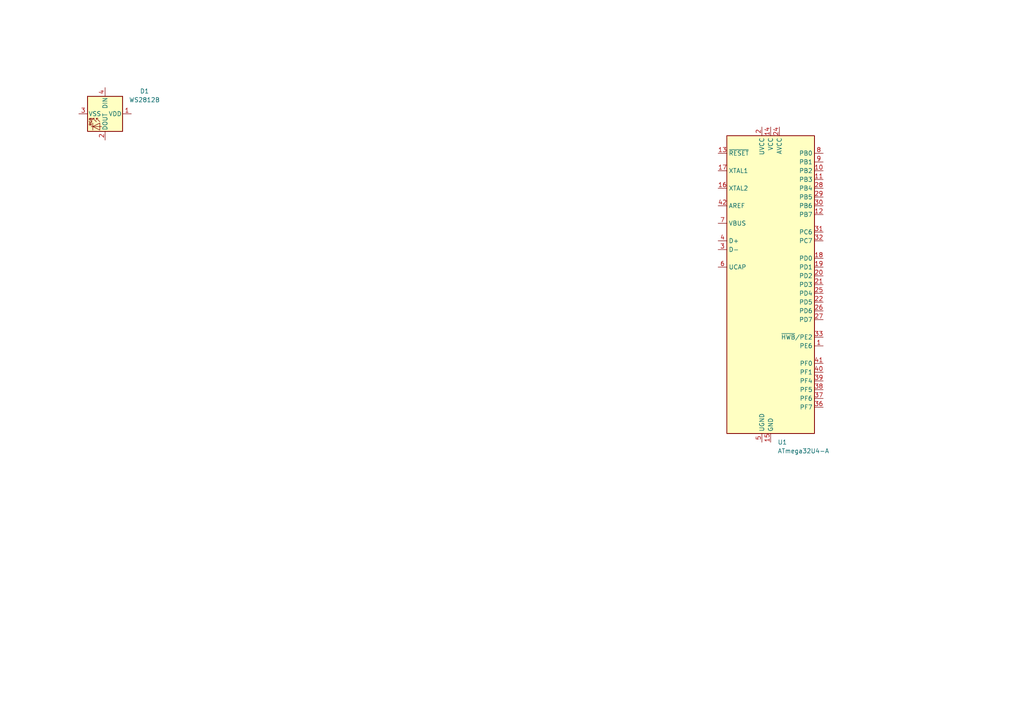
<source format=kicad_sch>
(kicad_sch (version 20211123) (generator eeschema)
  (paper "A4")
  (lib_symbols
    (symbol "LED:WS2812B" (pin_names (offset 0.254))
      (property "Reference" "D" (at 5.08 5.715 0))
      (property "Value" "WS2812B" (at 1.27 -5.715 0))
      (symbol "WS2812B_0_0"
        (text "RGB" (at 2.286 -4.191 0) (effects (font (size 0.762 0.762))))
      )
      (symbol "WS2812B_0_1"
        (polyline (pts (xy 1.27 -3.556) (xy 1.778 -3.556)))
        (polyline (pts (xy 1.27 -2.54) (xy 1.778 -2.54)))
        (polyline (pts (xy 4.699 -3.556) (xy 2.667 -3.556)))
        (polyline (pts (xy 2.286 -2.54) (xy 1.27 -3.556) (xy 1.27 -3.048)))
        (polyline (pts (xy 2.286 -1.524) (xy 1.27 -2.54) (xy 1.27 -2.032)))
        (polyline (pts (xy 3.683 -1.016) (xy 3.683 -3.556) (xy 3.683 -4.064)))
        (polyline (pts (xy 4.699 -1.524) (xy 2.667 -1.524) (xy 3.683 -3.556) (xy 4.699 -1.524)))
        (rectangle (start 5.08 5.08) (end -5.08 -5.08) (stroke (width 0.254)) (fill (type background)))
      )
      (symbol "WS2812B_1_1"
        (pin power_in line (at 0 7.62 270) (length 2.54) (name "VDD") (number "1"))
        (pin output line (at 7.62 0 180) (length 2.54) (name "DOUT") (number "2"))
        (pin power_in line (at 0 -7.62 90) (length 2.54) (name "VSS") (number "3"))
        (pin input line (at -7.62 0 0) (length 2.54) (name "DIN") (number "4"))
      )
    )
    (symbol "MCU_Microchip_ATmega:ATmega32U4-A"
      (property "Reference" "U" (at -12.7 44.45 0))
      (property "Value" "ATmega32U4-A" (at 2.54 -44.45 0))
      (symbol "ATmega32U4-A_0_1"
        (rectangle (start -12.7 -43.18) (end 12.7 43.18) (stroke (width 0.254)) (fill (type background)))
      )
      (symbol "ATmega32U4-A_1_1"
        (pin bidirectional line (at 15.24 -17.78 180) (length 2.54) (name "PE6") (number "1"))
        (pin bidirectional line (at 15.24 33.02 180) (length 2.54) (name "PB2") (number "10"))
        (pin bidirectional line (at 15.24 30.48 180) (length 2.54) (name "PB3") (number "11"))
        (pin bidirectional line (at 15.24 20.32 180) (length 2.54) (name "PB7") (number "12"))
        (pin input line (at -15.24 38.1 0) (length 2.54) (name "~{RESET}") (number "13"))
        (pin power_in line (at 0 45.72 270) (length 2.54) (name "VCC") (number "14"))
        (pin power_in line (at 0 -45.72 90) (length 2.54) (name "GND") (number "15"))
        (pin output line (at -15.24 27.94 0) (length 2.54) (name "XTAL2") (number "16"))
        (pin input line (at -15.24 33.02 0) (length 2.54) (name "XTAL1") (number "17"))
        (pin bidirectional line (at 15.24 7.62 180) (length 2.54) (name "PD0") (number "18"))
        (pin bidirectional line (at 15.24 5.08 180) (length 2.54) (name "PD1") (number "19"))
        (pin power_in line (at -2.54 45.72 270) (length 2.54) (name "UVCC") (number "2"))
        (pin bidirectional line (at 15.24 2.54 180) (length 2.54) (name "PD2") (number "20"))
        (pin bidirectional line (at 15.24 0 180) (length 2.54) (name "PD3") (number "21"))
        (pin bidirectional line (at 15.24 -5.08 180) (length 2.54) (name "PD5") (number "22"))
        (pin passive line (at 0 -45.72 90) (length 2.54) hide (name "GND") (number "23"))
        (pin power_in line (at 2.54 45.72 270) (length 2.54) (name "AVCC") (number "24"))
        (pin bidirectional line (at 15.24 -2.54 180) (length 2.54) (name "PD4") (number "25"))
        (pin bidirectional line (at 15.24 -7.62 180) (length 2.54) (name "PD6") (number "26"))
        (pin bidirectional line (at 15.24 -10.16 180) (length 2.54) (name "PD7") (number "27"))
        (pin bidirectional line (at 15.24 27.94 180) (length 2.54) (name "PB4") (number "28"))
        (pin bidirectional line (at 15.24 25.4 180) (length 2.54) (name "PB5") (number "29"))
        (pin bidirectional line (at -15.24 10.16 0) (length 2.54) (name "D-") (number "3"))
        (pin bidirectional line (at 15.24 22.86 180) (length 2.54) (name "PB6") (number "30"))
        (pin bidirectional line (at 15.24 15.24 180) (length 2.54) (name "PC6") (number "31"))
        (pin bidirectional line (at 15.24 12.7 180) (length 2.54) (name "PC7") (number "32"))
        (pin bidirectional line (at 15.24 -15.24 180) (length 2.54) (name "~{HWB}/PE2") (number "33"))
        (pin passive line (at 0 45.72 270) (length 2.54) hide (name "VCC") (number "34"))
        (pin passive line (at 0 -45.72 90) (length 2.54) hide (name "GND") (number "35"))
        (pin bidirectional line (at 15.24 -35.56 180) (length 2.54) (name "PF7") (number "36"))
        (pin bidirectional line (at 15.24 -33.02 180) (length 2.54) (name "PF6") (number "37"))
        (pin bidirectional line (at 15.24 -30.48 180) (length 2.54) (name "PF5") (number "38"))
        (pin bidirectional line (at 15.24 -27.94 180) (length 2.54) (name "PF4") (number "39"))
        (pin bidirectional line (at -15.24 12.7 0) (length 2.54) (name "D+") (number "4"))
        (pin bidirectional line (at 15.24 -25.4 180) (length 2.54) (name "PF1") (number "40"))
        (pin bidirectional line (at 15.24 -22.86 180) (length 2.54) (name "PF0") (number "41"))
        (pin passive line (at -15.24 22.86 0) (length 2.54) (name "AREF") (number "42"))
        (pin passive line (at 0 -45.72 90) (length 2.54) hide (name "GND") (number "43"))
        (pin passive line (at 2.54 45.72 270) (length 2.54) hide (name "AVCC") (number "44"))
        (pin passive line (at -2.54 -45.72 90) (length 2.54) (name "UGND") (number "5"))
        (pin passive line (at -15.24 5.08 0) (length 2.54) (name "UCAP") (number "6"))
        (pin input line (at -15.24 17.78 0) (length 2.54) (name "VBUS") (number "7"))
        (pin bidirectional line (at 15.24 38.1 180) (length 2.54) (name "PB0") (number "8"))
        (pin bidirectional line (at 15.24 35.56 180) (length 2.54) (name "PB1") (number "9"))
      )
    )
  )
  (symbol (lib_id "MCU_Microchip_ATmega:ATmega32U4-A") (at 223.52 82.55 0) (unit 1)
    (property "Reference" "U1" (at 225.5394 128.27 0) (effects (justify left)))
    (property "Value" "ATmega32U4-A" (at 225.5394 130.81 0) (effects (justify left)))
    (property "Footprint" "Package_QFP:TQFP-44_10x10mm_P0.8mm" (effects hide))
    (property "Datasheet" "http://ww1.microchip.com/downloads/en/DeviceDoc/Atmel-7766-8-bit-AVR-ATmega16U4-32U4_Datasheet.pdf" (effects hide))
  )
  (symbol (lib_id "LED:WS2812B") (at 30.48 33.02 270) (unit 1)
    (property "Reference" "D1" (at 41.91 26.4412 90))
    (property "Value" "WS2812B" (at 41.91 28.9812 90))
    (property "Footprint" "LED_SMD:LED_WS2812B_PLCC4_5.0x5.0mm_P3.2mm" (effects hide))
    (property "Datasheet" "https://cdn-shop.adafruit.com/datasheets/WS2812B.pdf" (effects hide))
  )
)
</source>
